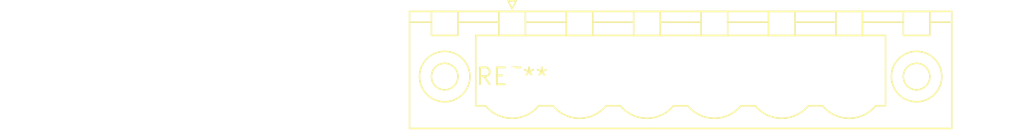
<source format=kicad_pcb>
(kicad_pcb (version 20240108) (generator pcbnew)
  (layers (0 "F.Cu" signal) (31 "B.Cu" signal) (34 "B.Paste" user) (35 "F.Paste" user) (36 "B.SilkS" user "B.Silkscreen") (37 "F.SilkS" user "F.Silkscreen") (38 "B.Mask" user) (39 "F.Mask" user) (44 "Edge.Cuts" user))
  (net 0 "")
  (footprint "PhoenixContact_MSTBV_2,5_6-GF-5,08_1x06_P5.08mm_Vertical_ThreadedFlange" (layer "F.Cu") (at 0 0)
    (property "Reference" "REF**")
    (property "Value" "PhoenixContact_MSTBV_2,5_6-GF-5,08_1x06_P5.08mm_Vertical_ThreadedFlange")
    (fp_line (start -7.73 -4.91) (end -7.73 3.91) (layer "F.SilkS") (stroke (width 0.12)))
    (fp_line (start -7.73 -4.1) (end -6.19 -4.1) (layer "F.SilkS") (stroke (width 0.12)))
    (fp_line (start -7.73 3.91) (end 33.13 3.91) (layer "F.SilkS") (stroke (width 0.12)))
    (fp_line (start -6.08 -4.91) (end -4.08 -4.91) (layer "F.SilkS") (stroke (width 0.12)))
    (fp_line (start -6.08 -3.1) (end -6.08 -4.91) (layer "F.SilkS") (stroke (width 0.12)))
    (fp_line (start -4.08 -4.91) (end -4.08 -3.1) (layer "F.SilkS") (stroke (width 0.12)))
    (fp_line (start -4.08 -4.1) (end -1 -4.1) (layer "F.SilkS") (stroke (width 0.12)))
    (fp_line (start -4.08 -3.1) (end -6.08 -3.1) (layer "F.SilkS") (stroke (width 0.12)))
    (fp_line (start -2.74 -3.1) (end 28.14 -3.1) (layer "F.SilkS") (stroke (width 0.12)))
    (fp_line (start -2.74 2.2) (end -2.74 -3.1) (layer "F.SilkS") (stroke (width 0.12)))
    (fp_line (start -2 2.2) (end -2.74 2.2) (layer "F.SilkS") (stroke (width 0.12)))
    (fp_line (start -1 -4.91) (end 1 -4.91) (layer "F.SilkS") (stroke (width 0.12)))
    (fp_line (start -1 -3.1) (end -1 -4.91) (layer "F.SilkS") (stroke (width 0.12)))
    (fp_line (start -0.3 -5.71) (end 0.3 -5.71) (layer "F.SilkS") (stroke (width 0.12)))
    (fp_line (start 0 -5.11) (end -0.3 -5.71) (layer "F.SilkS") (stroke (width 0.12)))
    (fp_line (start 0.3 -5.71) (end 0 -5.11) (layer "F.SilkS") (stroke (width 0.12)))
    (fp_line (start 1 -4.91) (end 1 -3.1) (layer "F.SilkS") (stroke (width 0.12)))
    (fp_line (start 1 -4.1) (end 4.08 -4.1) (layer "F.SilkS") (stroke (width 0.12)))
    (fp_line (start 1 -3.1) (end -1 -3.1) (layer "F.SilkS") (stroke (width 0.12)))
    (fp_line (start 2 2.2) (end 3.08 2.2) (layer "F.SilkS") (stroke (width 0.12)))
    (fp_line (start 4.08 -4.91) (end 6.08 -4.91) (layer "F.SilkS") (stroke (width 0.12)))
    (fp_line (start 4.08 -3.1) (end 4.08 -4.91) (layer "F.SilkS") (stroke (width 0.12)))
    (fp_line (start 6.08 -4.91) (end 6.08 -3.1) (layer "F.SilkS") (stroke (width 0.12)))
    (fp_line (start 6.08 -4.1) (end 9.16 -4.1) (layer "F.SilkS") (stroke (width 0.12)))
    (fp_line (start 6.08 -3.1) (end 4.08 -3.1) (layer "F.SilkS") (stroke (width 0.12)))
    (fp_line (start 7.08 2.2) (end 8.16 2.2) (layer "F.SilkS") (stroke (width 0.12)))
    (fp_line (start 9.16 -4.91) (end 11.16 -4.91) (layer "F.SilkS") (stroke (width 0.12)))
    (fp_line (start 9.16 -3.1) (end 9.16 -4.91) (layer "F.SilkS") (stroke (width 0.12)))
    (fp_line (start 11.16 -4.91) (end 11.16 -3.1) (layer "F.SilkS") (stroke (width 0.12)))
    (fp_line (start 11.16 -4.1) (end 14.24 -4.1) (layer "F.SilkS") (stroke (width 0.12)))
    (fp_line (start 11.16 -3.1) (end 9.16 -3.1) (layer "F.SilkS") (stroke (width 0.12)))
    (fp_line (start 12.16 2.2) (end 13.24 2.2) (layer "F.SilkS") (stroke (width 0.12)))
    (fp_line (start 14.24 -4.91) (end 16.24 -4.91) (layer "F.SilkS") (stroke (width 0.12)))
    (fp_line (start 14.24 -3.1) (end 14.24 -4.91) (layer "F.SilkS") (stroke (width 0.12)))
    (fp_line (start 16.24 -4.91) (end 16.24 -3.1) (layer "F.SilkS") (stroke (width 0.12)))
    (fp_line (start 16.24 -4.1) (end 19.32 -4.1) (layer "F.SilkS") (stroke (width 0.12)))
    (fp_line (start 16.24 -3.1) (end 14.24 -3.1) (layer "F.SilkS") (stroke (width 0.12)))
    (fp_line (start 17.24 2.2) (end 18.32 2.2) (layer "F.SilkS") (stroke (width 0.12)))
    (fp_line (start 19.32 -4.91) (end 21.32 -4.91) (layer "F.SilkS") (stroke (width 0.12)))
    (fp_line (start 19.32 -3.1) (end 19.32 -4.91) (layer "F.SilkS") (stroke (width 0.12)))
    (fp_line (start 21.32 -4.91) (end 21.32 -3.1) (layer "F.SilkS") (stroke (width 0.12)))
    (fp_line (start 21.32 -4.1) (end 24.4 -4.1) (layer "F.SilkS") (stroke (width 0.12)))
    (fp_line (start 21.32 -3.1) (end 19.32 -3.1) (layer "F.SilkS") (stroke (width 0.12)))
    (fp_line (start 22.32 2.2) (end 23.4 2.2) (layer "F.SilkS") (stroke (width 0.12)))
    (fp_line (start 24.4 -4.91) (end 26.4 -4.91) (layer "F.SilkS") (stroke (width 0.12)))
    (fp_line (start 24.4 -3.1) (end 24.4 -4.91) (layer "F.SilkS") (stroke (width 0.12)))
    (fp_line (start 26.4 -4.91) (end 26.4 -3.1) (layer "F.SilkS") (stroke (width 0.12)))
    (fp_line (start 26.4 -4.1) (end 29.48 -4.1) (layer "F.SilkS") (stroke (width 0.12)))
    (fp_line (start 26.4 -3.1) (end 24.4 -3.1) (layer "F.SilkS") (stroke (width 0.12)))
    (fp_line (start 28.14 -3.1) (end 28.14 2.2) (layer "F.SilkS") (stroke (width 0.12)))
    (fp_line (start 28.14 2.2) (end 27.4 2.2) (layer "F.SilkS") (stroke (width 0.12)))
    (fp_line (start 29.48 -4.91) (end 31.48 -4.91) (layer "F.SilkS") (stroke (width 0.12)))
    (fp_line (start 29.48 -3.1) (end 29.48 -4.91) (layer "F.SilkS") (stroke (width 0.12)))
    (fp_line (start 31.48 -4.91) (end 31.48 -3.1) (layer "F.SilkS") (stroke (width 0.12)))
    (fp_line (start 31.48 -3.1) (end 29.48 -3.1) (layer "F.SilkS") (stroke (width 0.12)))
    (fp_line (start 33.13 -4.91) (end -7.73 -4.91) (layer "F.SilkS") (stroke (width 0.12)))
    (fp_line (start 33.13 -4.1) (end 31.59 -4.1) (layer "F.SilkS") (stroke (width 0.12)))
    (fp_line (start 33.13 3.91) (end 33.13 -4.91) (layer "F.SilkS") (stroke (width 0.12)))
    (fp_arc (start 1.986842 2.215821) (mid -0.010289 3.142758) (end -2 2.2) (layer "F.SilkS") (stroke (width 0.12)))
    (fp_arc (start 7.066842 2.215821) (mid 5.069711 3.142758) (end 3.08 2.2) (layer "F.SilkS") (stroke (width 0.12)))
    (fp_arc (start 12.146842 2.215821) (mid 10.149711 3.142758) (end 8.16 2.2) (layer "F.SilkS") (stroke (width 0.12)))
    (fp_arc (start 17.226842 2.215821) (mid 15.229711 3.142758) (end 13.24 2.2) (layer "F.SilkS") (stroke (width 0.12)))
    (fp_arc (start 22.306842 2.215821) (mid 20.309711 3.142758) (end 18.32 2.2) (layer "F.SilkS") (stroke (width 0.12)))
    (fp_arc (start 27.386842 2.215821) (mid 25.389711 3.142758) (end 23.4 2.2) (layer "F.SilkS") (stroke (width 0.12)))
    (fp_circle (center -5.08 0) (end -4.08 0) (layer "F.SilkS") (stroke (width 0.12)) (fill none))
    (fp_circle (center -5.08 0) (end -3.18 0) (layer "F.SilkS") (stroke (width 0.12)) (fill none))
    (fp_circle (center 30.48 0) (end 31.48 0) (layer "F.SilkS") (stroke (width 0.12)) (fill none))
    (fp_circle (center 30.48 0) (end 32.38 0) (layer "F.SilkS") (stroke (width 0.12)) (fill none))
    (pad "1" thru_hole roundrect (at 0 0) (size 2.08 3.6) (drill 1.4) (layers *.Cu *.Mask) (remove_unused_layers) (roundrect_rratio 0.120192))
    (pad "2" thru_hole oval (at 5.08 0) (size 2.08 3.6) (drill 1.4) (layers *.Cu *.Mask) (remove_unused_layers))
    (pad "3" thru_hole oval (at 10.16 0) (size 2.08 3.6) (drill 1.4) (layers *.Cu *.Mask) (remove_unused_layers))
    (pad "4" thru_hole oval (at 15.24 0) (size 2.08 3.6) (drill 1.4) (layers *.Cu *.Mask) (remove_unused_layers))
    (pad "5" thru_hole oval (at 20.32 0) (size 2.08 3.6) (drill 1.4) (layers *.Cu *.Mask) (remove_unused_layers))
    (pad "6" thru_hole oval (at 25.4 0) (size 2.08 3.6) (drill 1.4) (layers *.Cu *.Mask) (remove_unused_layers))
  )
)
</source>
